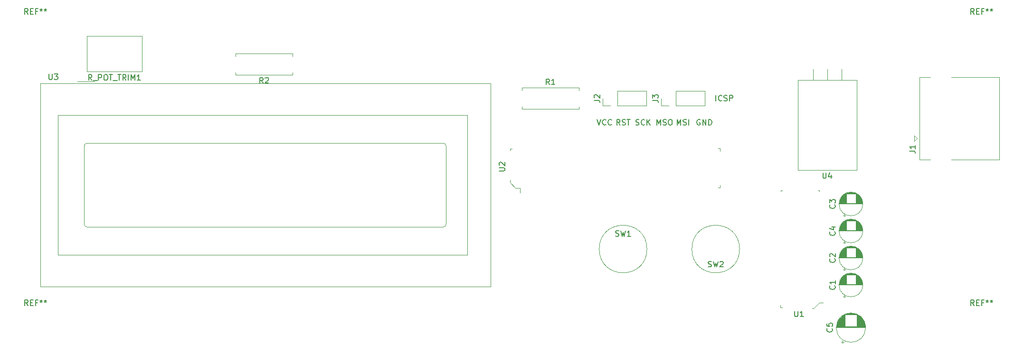
<source format=gbr>
%TF.GenerationSoftware,KiCad,Pcbnew,5.1.10-88a1d61d58~90~ubuntu20.04.1*%
%TF.CreationDate,2022-04-26T10:49:59-05:00*%
%TF.ProjectId,PantallaSerie,50616e74-616c-46c6-9153-657269652e6b,rev?*%
%TF.SameCoordinates,Original*%
%TF.FileFunction,Legend,Top*%
%TF.FilePolarity,Positive*%
%FSLAX46Y46*%
G04 Gerber Fmt 4.6, Leading zero omitted, Abs format (unit mm)*
G04 Created by KiCad (PCBNEW 5.1.10-88a1d61d58~90~ubuntu20.04.1) date 2022-04-26 10:49:59*
%MOMM*%
%LPD*%
G01*
G04 APERTURE LIST*
%ADD10C,0.150000*%
%ADD11C,0.100000*%
%ADD12C,0.120000*%
G04 APERTURE END LIST*
D10*
X185743980Y-96794580D02*
X185743980Y-95794580D01*
X186077314Y-96508866D01*
X186410647Y-95794580D01*
X186410647Y-96794580D01*
X186839219Y-96746961D02*
X186982076Y-96794580D01*
X187220171Y-96794580D01*
X187315409Y-96746961D01*
X187363028Y-96699342D01*
X187410647Y-96604104D01*
X187410647Y-96508866D01*
X187363028Y-96413628D01*
X187315409Y-96366009D01*
X187220171Y-96318390D01*
X187029695Y-96270771D01*
X186934457Y-96223152D01*
X186886838Y-96175533D01*
X186839219Y-96080295D01*
X186839219Y-95985057D01*
X186886838Y-95889819D01*
X186934457Y-95842200D01*
X187029695Y-95794580D01*
X187267790Y-95794580D01*
X187410647Y-95842200D01*
X187839219Y-96794580D02*
X187839219Y-95794580D01*
X182156266Y-96794580D02*
X182156266Y-95794580D01*
X182489600Y-96508866D01*
X182822933Y-95794580D01*
X182822933Y-96794580D01*
X183251504Y-96746961D02*
X183394361Y-96794580D01*
X183632457Y-96794580D01*
X183727695Y-96746961D01*
X183775314Y-96699342D01*
X183822933Y-96604104D01*
X183822933Y-96508866D01*
X183775314Y-96413628D01*
X183727695Y-96366009D01*
X183632457Y-96318390D01*
X183441980Y-96270771D01*
X183346742Y-96223152D01*
X183299123Y-96175533D01*
X183251504Y-96080295D01*
X183251504Y-95985057D01*
X183299123Y-95889819D01*
X183346742Y-95842200D01*
X183441980Y-95794580D01*
X183680076Y-95794580D01*
X183822933Y-95842200D01*
X184441980Y-95794580D02*
X184632457Y-95794580D01*
X184727695Y-95842200D01*
X184822933Y-95937438D01*
X184870552Y-96127914D01*
X184870552Y-96461247D01*
X184822933Y-96651723D01*
X184727695Y-96746961D01*
X184632457Y-96794580D01*
X184441980Y-96794580D01*
X184346742Y-96746961D01*
X184251504Y-96651723D01*
X184203885Y-96461247D01*
X184203885Y-96127914D01*
X184251504Y-95937438D01*
X184346742Y-95842200D01*
X184441980Y-95794580D01*
X178393885Y-96746961D02*
X178536742Y-96794580D01*
X178774838Y-96794580D01*
X178870076Y-96746961D01*
X178917695Y-96699342D01*
X178965314Y-96604104D01*
X178965314Y-96508866D01*
X178917695Y-96413628D01*
X178870076Y-96366009D01*
X178774838Y-96318390D01*
X178584361Y-96270771D01*
X178489123Y-96223152D01*
X178441504Y-96175533D01*
X178393885Y-96080295D01*
X178393885Y-95985057D01*
X178441504Y-95889819D01*
X178489123Y-95842200D01*
X178584361Y-95794580D01*
X178822457Y-95794580D01*
X178965314Y-95842200D01*
X179965314Y-96699342D02*
X179917695Y-96746961D01*
X179774838Y-96794580D01*
X179679600Y-96794580D01*
X179536742Y-96746961D01*
X179441504Y-96651723D01*
X179393885Y-96556485D01*
X179346266Y-96366009D01*
X179346266Y-96223152D01*
X179393885Y-96032676D01*
X179441504Y-95937438D01*
X179536742Y-95842200D01*
X179679600Y-95794580D01*
X179774838Y-95794580D01*
X179917695Y-95842200D01*
X179965314Y-95889819D01*
X180393885Y-96794580D02*
X180393885Y-95794580D01*
X180965314Y-96794580D02*
X180536742Y-96223152D01*
X180965314Y-95794580D02*
X180393885Y-96366009D01*
X175575980Y-96794580D02*
X175242647Y-96318390D01*
X175004552Y-96794580D02*
X175004552Y-95794580D01*
X175385504Y-95794580D01*
X175480742Y-95842200D01*
X175528361Y-95889819D01*
X175575980Y-95985057D01*
X175575980Y-96127914D01*
X175528361Y-96223152D01*
X175480742Y-96270771D01*
X175385504Y-96318390D01*
X175004552Y-96318390D01*
X175956933Y-96746961D02*
X176099790Y-96794580D01*
X176337885Y-96794580D01*
X176433123Y-96746961D01*
X176480742Y-96699342D01*
X176528361Y-96604104D01*
X176528361Y-96508866D01*
X176480742Y-96413628D01*
X176433123Y-96366009D01*
X176337885Y-96318390D01*
X176147409Y-96270771D01*
X176052171Y-96223152D01*
X176004552Y-96175533D01*
X175956933Y-96080295D01*
X175956933Y-95985057D01*
X176004552Y-95889819D01*
X176052171Y-95842200D01*
X176147409Y-95794580D01*
X176385504Y-95794580D01*
X176528361Y-95842200D01*
X176814076Y-95794580D02*
X177385504Y-95794580D01*
X177099790Y-96794580D02*
X177099790Y-95794580D01*
X171488266Y-95794580D02*
X171821600Y-96794580D01*
X172154933Y-95794580D01*
X173059695Y-96699342D02*
X173012076Y-96746961D01*
X172869219Y-96794580D01*
X172773980Y-96794580D01*
X172631123Y-96746961D01*
X172535885Y-96651723D01*
X172488266Y-96556485D01*
X172440647Y-96366009D01*
X172440647Y-96223152D01*
X172488266Y-96032676D01*
X172535885Y-95937438D01*
X172631123Y-95842200D01*
X172773980Y-95794580D01*
X172869219Y-95794580D01*
X173012076Y-95842200D01*
X173059695Y-95889819D01*
X174059695Y-96699342D02*
X174012076Y-96746961D01*
X173869219Y-96794580D01*
X173773980Y-96794580D01*
X173631123Y-96746961D01*
X173535885Y-96651723D01*
X173488266Y-96556485D01*
X173440647Y-96366009D01*
X173440647Y-96223152D01*
X173488266Y-96032676D01*
X173535885Y-95937438D01*
X173631123Y-95842200D01*
X173773980Y-95794580D01*
X173869219Y-95794580D01*
X174012076Y-95842200D01*
X174059695Y-95889819D01*
X189839695Y-95842200D02*
X189744457Y-95794580D01*
X189601600Y-95794580D01*
X189458742Y-95842200D01*
X189363504Y-95937438D01*
X189315885Y-96032676D01*
X189268266Y-96223152D01*
X189268266Y-96366009D01*
X189315885Y-96556485D01*
X189363504Y-96651723D01*
X189458742Y-96746961D01*
X189601600Y-96794580D01*
X189696838Y-96794580D01*
X189839695Y-96746961D01*
X189887314Y-96699342D01*
X189887314Y-96366009D01*
X189696838Y-96366009D01*
X190315885Y-96794580D02*
X190315885Y-95794580D01*
X190887314Y-96794580D01*
X190887314Y-95794580D01*
X191363504Y-96794580D02*
X191363504Y-95794580D01*
X191601600Y-95794580D01*
X191744457Y-95842200D01*
X191839695Y-95937438D01*
X191887314Y-96032676D01*
X191934933Y-96223152D01*
X191934933Y-96366009D01*
X191887314Y-96556485D01*
X191839695Y-96651723D01*
X191744457Y-96746961D01*
X191601600Y-96794580D01*
X191363504Y-96794580D01*
X192681409Y-92476580D02*
X192681409Y-91476580D01*
X193729028Y-92381342D02*
X193681409Y-92428961D01*
X193538552Y-92476580D01*
X193443314Y-92476580D01*
X193300457Y-92428961D01*
X193205219Y-92333723D01*
X193157600Y-92238485D01*
X193109980Y-92048009D01*
X193109980Y-91905152D01*
X193157600Y-91714676D01*
X193205219Y-91619438D01*
X193300457Y-91524200D01*
X193443314Y-91476580D01*
X193538552Y-91476580D01*
X193681409Y-91524200D01*
X193729028Y-91571819D01*
X194109980Y-92428961D02*
X194252838Y-92476580D01*
X194490933Y-92476580D01*
X194586171Y-92428961D01*
X194633790Y-92381342D01*
X194681409Y-92286104D01*
X194681409Y-92190866D01*
X194633790Y-92095628D01*
X194586171Y-92048009D01*
X194490933Y-92000390D01*
X194300457Y-91952771D01*
X194205219Y-91905152D01*
X194157600Y-91857533D01*
X194109980Y-91762295D01*
X194109980Y-91667057D01*
X194157600Y-91571819D01*
X194205219Y-91524200D01*
X194300457Y-91476580D01*
X194538552Y-91476580D01*
X194681409Y-91524200D01*
X195109980Y-92476580D02*
X195109980Y-91476580D01*
X195490933Y-91476580D01*
X195586171Y-91524200D01*
X195633790Y-91571819D01*
X195681409Y-91667057D01*
X195681409Y-91809914D01*
X195633790Y-91905152D01*
X195586171Y-91952771D01*
X195490933Y-92000390D01*
X195109980Y-92000390D01*
D11*
%TO.C,U1*%
X211104200Y-108681000D02*
X211104200Y-108481000D01*
X211104200Y-108481000D02*
X210804200Y-108481000D01*
X204504200Y-108481000D02*
X204204200Y-108481000D01*
X204204200Y-108481000D02*
X204204200Y-108681000D01*
X211484200Y-128581000D02*
X211734200Y-128581000D01*
X211104200Y-128581000D02*
X211474200Y-128581000D01*
X209804200Y-129581000D02*
X210104200Y-129581000D01*
X210104200Y-129581000D02*
X211104200Y-128581000D01*
X204124200Y-128991000D02*
X204124200Y-129391000D01*
X204124200Y-129391000D02*
X204524200Y-129391000D01*
D12*
%TO.C,C2*%
X218858200Y-120539000D02*
G75*
G03*
X218858200Y-120539000I-2120000J0D01*
G01*
X214658200Y-120539000D02*
X218818200Y-120539000D01*
X214658200Y-120499000D02*
X218818200Y-120499000D01*
X214659200Y-120459000D02*
X218817200Y-120459000D01*
X214661200Y-120419000D02*
X218815200Y-120419000D01*
X214664200Y-120379000D02*
X218812200Y-120379000D01*
X214667200Y-120339000D02*
X215898200Y-120339000D01*
X217578200Y-120339000D02*
X218809200Y-120339000D01*
X214671200Y-120299000D02*
X215898200Y-120299000D01*
X217578200Y-120299000D02*
X218805200Y-120299000D01*
X214676200Y-120259000D02*
X215898200Y-120259000D01*
X217578200Y-120259000D02*
X218800200Y-120259000D01*
X214682200Y-120219000D02*
X215898200Y-120219000D01*
X217578200Y-120219000D02*
X218794200Y-120219000D01*
X214688200Y-120179000D02*
X215898200Y-120179000D01*
X217578200Y-120179000D02*
X218788200Y-120179000D01*
X214696200Y-120139000D02*
X215898200Y-120139000D01*
X217578200Y-120139000D02*
X218780200Y-120139000D01*
X214704200Y-120099000D02*
X215898200Y-120099000D01*
X217578200Y-120099000D02*
X218772200Y-120099000D01*
X214713200Y-120059000D02*
X215898200Y-120059000D01*
X217578200Y-120059000D02*
X218763200Y-120059000D01*
X214722200Y-120019000D02*
X215898200Y-120019000D01*
X217578200Y-120019000D02*
X218754200Y-120019000D01*
X214733200Y-119979000D02*
X215898200Y-119979000D01*
X217578200Y-119979000D02*
X218743200Y-119979000D01*
X214744200Y-119939000D02*
X215898200Y-119939000D01*
X217578200Y-119939000D02*
X218732200Y-119939000D01*
X214756200Y-119899000D02*
X215898200Y-119899000D01*
X217578200Y-119899000D02*
X218720200Y-119899000D01*
X214770200Y-119859000D02*
X215898200Y-119859000D01*
X217578200Y-119859000D02*
X218706200Y-119859000D01*
X214784200Y-119818000D02*
X215898200Y-119818000D01*
X217578200Y-119818000D02*
X218692200Y-119818000D01*
X214798200Y-119778000D02*
X215898200Y-119778000D01*
X217578200Y-119778000D02*
X218678200Y-119778000D01*
X214814200Y-119738000D02*
X215898200Y-119738000D01*
X217578200Y-119738000D02*
X218662200Y-119738000D01*
X214831200Y-119698000D02*
X215898200Y-119698000D01*
X217578200Y-119698000D02*
X218645200Y-119698000D01*
X214849200Y-119658000D02*
X215898200Y-119658000D01*
X217578200Y-119658000D02*
X218627200Y-119658000D01*
X214868200Y-119618000D02*
X215898200Y-119618000D01*
X217578200Y-119618000D02*
X218608200Y-119618000D01*
X214887200Y-119578000D02*
X215898200Y-119578000D01*
X217578200Y-119578000D02*
X218589200Y-119578000D01*
X214908200Y-119538000D02*
X215898200Y-119538000D01*
X217578200Y-119538000D02*
X218568200Y-119538000D01*
X214930200Y-119498000D02*
X215898200Y-119498000D01*
X217578200Y-119498000D02*
X218546200Y-119498000D01*
X214953200Y-119458000D02*
X215898200Y-119458000D01*
X217578200Y-119458000D02*
X218523200Y-119458000D01*
X214978200Y-119418000D02*
X215898200Y-119418000D01*
X217578200Y-119418000D02*
X218498200Y-119418000D01*
X215003200Y-119378000D02*
X215898200Y-119378000D01*
X217578200Y-119378000D02*
X218473200Y-119378000D01*
X215030200Y-119338000D02*
X215898200Y-119338000D01*
X217578200Y-119338000D02*
X218446200Y-119338000D01*
X215058200Y-119298000D02*
X215898200Y-119298000D01*
X217578200Y-119298000D02*
X218418200Y-119298000D01*
X215088200Y-119258000D02*
X215898200Y-119258000D01*
X217578200Y-119258000D02*
X218388200Y-119258000D01*
X215119200Y-119218000D02*
X215898200Y-119218000D01*
X217578200Y-119218000D02*
X218357200Y-119218000D01*
X215151200Y-119178000D02*
X215898200Y-119178000D01*
X217578200Y-119178000D02*
X218325200Y-119178000D01*
X215186200Y-119138000D02*
X215898200Y-119138000D01*
X217578200Y-119138000D02*
X218290200Y-119138000D01*
X215222200Y-119098000D02*
X215898200Y-119098000D01*
X217578200Y-119098000D02*
X218254200Y-119098000D01*
X215260200Y-119058000D02*
X215898200Y-119058000D01*
X217578200Y-119058000D02*
X218216200Y-119058000D01*
X215300200Y-119018000D02*
X215898200Y-119018000D01*
X217578200Y-119018000D02*
X218176200Y-119018000D01*
X215342200Y-118978000D02*
X215898200Y-118978000D01*
X217578200Y-118978000D02*
X218134200Y-118978000D01*
X215387200Y-118938000D02*
X215898200Y-118938000D01*
X217578200Y-118938000D02*
X218089200Y-118938000D01*
X215434200Y-118898000D02*
X215898200Y-118898000D01*
X217578200Y-118898000D02*
X218042200Y-118898000D01*
X215484200Y-118858000D02*
X215898200Y-118858000D01*
X217578200Y-118858000D02*
X217992200Y-118858000D01*
X215538200Y-118818000D02*
X215898200Y-118818000D01*
X217578200Y-118818000D02*
X217938200Y-118818000D01*
X215596200Y-118778000D02*
X215898200Y-118778000D01*
X217578200Y-118778000D02*
X217880200Y-118778000D01*
X215658200Y-118738000D02*
X215898200Y-118738000D01*
X217578200Y-118738000D02*
X217818200Y-118738000D01*
X215725200Y-118698000D02*
X217751200Y-118698000D01*
X215798200Y-118658000D02*
X217678200Y-118658000D01*
X215879200Y-118618000D02*
X217597200Y-118618000D01*
X215970200Y-118578000D02*
X217506200Y-118578000D01*
X216074200Y-118538000D02*
X217402200Y-118538000D01*
X216201200Y-118498000D02*
X217275200Y-118498000D01*
X216368200Y-118458000D02*
X217108200Y-118458000D01*
X215543200Y-122808801D02*
X215543200Y-122408801D01*
X215343200Y-122608801D02*
X215743200Y-122608801D01*
%TO.C,C5*%
X215013200Y-135543775D02*
X215513200Y-135543775D01*
X215263200Y-135793775D02*
X215263200Y-135293775D01*
X216454200Y-130388000D02*
X217022200Y-130388000D01*
X216220200Y-130428000D02*
X217256200Y-130428000D01*
X216061200Y-130468000D02*
X217415200Y-130468000D01*
X215933200Y-130508000D02*
X217543200Y-130508000D01*
X215823200Y-130548000D02*
X217653200Y-130548000D01*
X215727200Y-130588000D02*
X217749200Y-130588000D01*
X215640200Y-130628000D02*
X217836200Y-130628000D01*
X215560200Y-130668000D02*
X217916200Y-130668000D01*
X217778200Y-130708000D02*
X217989200Y-130708000D01*
X215487200Y-130708000D02*
X215698200Y-130708000D01*
X217778200Y-130748000D02*
X218057200Y-130748000D01*
X215419200Y-130748000D02*
X215698200Y-130748000D01*
X217778200Y-130788000D02*
X218121200Y-130788000D01*
X215355200Y-130788000D02*
X215698200Y-130788000D01*
X217778200Y-130828000D02*
X218181200Y-130828000D01*
X215295200Y-130828000D02*
X215698200Y-130828000D01*
X217778200Y-130868000D02*
X218238200Y-130868000D01*
X215238200Y-130868000D02*
X215698200Y-130868000D01*
X217778200Y-130908000D02*
X218292200Y-130908000D01*
X215184200Y-130908000D02*
X215698200Y-130908000D01*
X217778200Y-130948000D02*
X218343200Y-130948000D01*
X215133200Y-130948000D02*
X215698200Y-130948000D01*
X217778200Y-130988000D02*
X218391200Y-130988000D01*
X215085200Y-130988000D02*
X215698200Y-130988000D01*
X217778200Y-131028000D02*
X218437200Y-131028000D01*
X215039200Y-131028000D02*
X215698200Y-131028000D01*
X217778200Y-131068000D02*
X218481200Y-131068000D01*
X214995200Y-131068000D02*
X215698200Y-131068000D01*
X217778200Y-131108000D02*
X218523200Y-131108000D01*
X214953200Y-131108000D02*
X215698200Y-131108000D01*
X217778200Y-131148000D02*
X218564200Y-131148000D01*
X214912200Y-131148000D02*
X215698200Y-131148000D01*
X217778200Y-131188000D02*
X218602200Y-131188000D01*
X214874200Y-131188000D02*
X215698200Y-131188000D01*
X217778200Y-131228000D02*
X218639200Y-131228000D01*
X214837200Y-131228000D02*
X215698200Y-131228000D01*
X217778200Y-131268000D02*
X218675200Y-131268000D01*
X214801200Y-131268000D02*
X215698200Y-131268000D01*
X217778200Y-131308000D02*
X218709200Y-131308000D01*
X214767200Y-131308000D02*
X215698200Y-131308000D01*
X217778200Y-131348000D02*
X218742200Y-131348000D01*
X214734200Y-131348000D02*
X215698200Y-131348000D01*
X217778200Y-131388000D02*
X218773200Y-131388000D01*
X214703200Y-131388000D02*
X215698200Y-131388000D01*
X217778200Y-131428000D02*
X218803200Y-131428000D01*
X214673200Y-131428000D02*
X215698200Y-131428000D01*
X217778200Y-131468000D02*
X218833200Y-131468000D01*
X214643200Y-131468000D02*
X215698200Y-131468000D01*
X217778200Y-131508000D02*
X218860200Y-131508000D01*
X214616200Y-131508000D02*
X215698200Y-131508000D01*
X217778200Y-131548000D02*
X218887200Y-131548000D01*
X214589200Y-131548000D02*
X215698200Y-131548000D01*
X217778200Y-131588000D02*
X218913200Y-131588000D01*
X214563200Y-131588000D02*
X215698200Y-131588000D01*
X217778200Y-131628000D02*
X218938200Y-131628000D01*
X214538200Y-131628000D02*
X215698200Y-131628000D01*
X217778200Y-131668000D02*
X218962200Y-131668000D01*
X214514200Y-131668000D02*
X215698200Y-131668000D01*
X217778200Y-131708000D02*
X218985200Y-131708000D01*
X214491200Y-131708000D02*
X215698200Y-131708000D01*
X217778200Y-131748000D02*
X219006200Y-131748000D01*
X214470200Y-131748000D02*
X215698200Y-131748000D01*
X217778200Y-131788000D02*
X219028200Y-131788000D01*
X214448200Y-131788000D02*
X215698200Y-131788000D01*
X217778200Y-131828000D02*
X219048200Y-131828000D01*
X214428200Y-131828000D02*
X215698200Y-131828000D01*
X217778200Y-131868000D02*
X219067200Y-131868000D01*
X214409200Y-131868000D02*
X215698200Y-131868000D01*
X217778200Y-131908000D02*
X219086200Y-131908000D01*
X214390200Y-131908000D02*
X215698200Y-131908000D01*
X217778200Y-131948000D02*
X219103200Y-131948000D01*
X214373200Y-131948000D02*
X215698200Y-131948000D01*
X217778200Y-131988000D02*
X219120200Y-131988000D01*
X214356200Y-131988000D02*
X215698200Y-131988000D01*
X217778200Y-132028000D02*
X219136200Y-132028000D01*
X214340200Y-132028000D02*
X215698200Y-132028000D01*
X217778200Y-132068000D02*
X219152200Y-132068000D01*
X214324200Y-132068000D02*
X215698200Y-132068000D01*
X217778200Y-132108000D02*
X219166200Y-132108000D01*
X214310200Y-132108000D02*
X215698200Y-132108000D01*
X217778200Y-132148000D02*
X219180200Y-132148000D01*
X214296200Y-132148000D02*
X215698200Y-132148000D01*
X217778200Y-132188000D02*
X219193200Y-132188000D01*
X214283200Y-132188000D02*
X215698200Y-132188000D01*
X217778200Y-132228000D02*
X219206200Y-132228000D01*
X214270200Y-132228000D02*
X215698200Y-132228000D01*
X217778200Y-132268000D02*
X219218200Y-132268000D01*
X214258200Y-132268000D02*
X215698200Y-132268000D01*
X217778200Y-132309000D02*
X219229200Y-132309000D01*
X214247200Y-132309000D02*
X215698200Y-132309000D01*
X217778200Y-132349000D02*
X219239200Y-132349000D01*
X214237200Y-132349000D02*
X215698200Y-132349000D01*
X217778200Y-132389000D02*
X219249200Y-132389000D01*
X214227200Y-132389000D02*
X215698200Y-132389000D01*
X217778200Y-132429000D02*
X219258200Y-132429000D01*
X214218200Y-132429000D02*
X215698200Y-132429000D01*
X217778200Y-132469000D02*
X219266200Y-132469000D01*
X214210200Y-132469000D02*
X215698200Y-132469000D01*
X217778200Y-132509000D02*
X219274200Y-132509000D01*
X214202200Y-132509000D02*
X215698200Y-132509000D01*
X217778200Y-132549000D02*
X219281200Y-132549000D01*
X214195200Y-132549000D02*
X215698200Y-132549000D01*
X217778200Y-132589000D02*
X219288200Y-132589000D01*
X214188200Y-132589000D02*
X215698200Y-132589000D01*
X217778200Y-132629000D02*
X219294200Y-132629000D01*
X214182200Y-132629000D02*
X215698200Y-132629000D01*
X217778200Y-132669000D02*
X219299200Y-132669000D01*
X214177200Y-132669000D02*
X215698200Y-132669000D01*
X217778200Y-132709000D02*
X219303200Y-132709000D01*
X214173200Y-132709000D02*
X215698200Y-132709000D01*
X217778200Y-132749000D02*
X219307200Y-132749000D01*
X214169200Y-132749000D02*
X215698200Y-132749000D01*
X214165200Y-132789000D02*
X219311200Y-132789000D01*
X214162200Y-132829000D02*
X219314200Y-132829000D01*
X214160200Y-132869000D02*
X219316200Y-132869000D01*
X214159200Y-132909000D02*
X219317200Y-132909000D01*
X214158200Y-132949000D02*
X219318200Y-132949000D01*
X214158200Y-132989000D02*
X219318200Y-132989000D01*
X219358200Y-132989000D02*
G75*
G03*
X219358200Y-132989000I-2620000J0D01*
G01*
%TO.C,C3*%
X215343200Y-112956801D02*
X215743200Y-112956801D01*
X215543200Y-113156801D02*
X215543200Y-112756801D01*
X216368200Y-108806000D02*
X217108200Y-108806000D01*
X216201200Y-108846000D02*
X217275200Y-108846000D01*
X216074200Y-108886000D02*
X217402200Y-108886000D01*
X215970200Y-108926000D02*
X217506200Y-108926000D01*
X215879200Y-108966000D02*
X217597200Y-108966000D01*
X215798200Y-109006000D02*
X217678200Y-109006000D01*
X215725200Y-109046000D02*
X217751200Y-109046000D01*
X217578200Y-109086000D02*
X217818200Y-109086000D01*
X215658200Y-109086000D02*
X215898200Y-109086000D01*
X217578200Y-109126000D02*
X217880200Y-109126000D01*
X215596200Y-109126000D02*
X215898200Y-109126000D01*
X217578200Y-109166000D02*
X217938200Y-109166000D01*
X215538200Y-109166000D02*
X215898200Y-109166000D01*
X217578200Y-109206000D02*
X217992200Y-109206000D01*
X215484200Y-109206000D02*
X215898200Y-109206000D01*
X217578200Y-109246000D02*
X218042200Y-109246000D01*
X215434200Y-109246000D02*
X215898200Y-109246000D01*
X217578200Y-109286000D02*
X218089200Y-109286000D01*
X215387200Y-109286000D02*
X215898200Y-109286000D01*
X217578200Y-109326000D02*
X218134200Y-109326000D01*
X215342200Y-109326000D02*
X215898200Y-109326000D01*
X217578200Y-109366000D02*
X218176200Y-109366000D01*
X215300200Y-109366000D02*
X215898200Y-109366000D01*
X217578200Y-109406000D02*
X218216200Y-109406000D01*
X215260200Y-109406000D02*
X215898200Y-109406000D01*
X217578200Y-109446000D02*
X218254200Y-109446000D01*
X215222200Y-109446000D02*
X215898200Y-109446000D01*
X217578200Y-109486000D02*
X218290200Y-109486000D01*
X215186200Y-109486000D02*
X215898200Y-109486000D01*
X217578200Y-109526000D02*
X218325200Y-109526000D01*
X215151200Y-109526000D02*
X215898200Y-109526000D01*
X217578200Y-109566000D02*
X218357200Y-109566000D01*
X215119200Y-109566000D02*
X215898200Y-109566000D01*
X217578200Y-109606000D02*
X218388200Y-109606000D01*
X215088200Y-109606000D02*
X215898200Y-109606000D01*
X217578200Y-109646000D02*
X218418200Y-109646000D01*
X215058200Y-109646000D02*
X215898200Y-109646000D01*
X217578200Y-109686000D02*
X218446200Y-109686000D01*
X215030200Y-109686000D02*
X215898200Y-109686000D01*
X217578200Y-109726000D02*
X218473200Y-109726000D01*
X215003200Y-109726000D02*
X215898200Y-109726000D01*
X217578200Y-109766000D02*
X218498200Y-109766000D01*
X214978200Y-109766000D02*
X215898200Y-109766000D01*
X217578200Y-109806000D02*
X218523200Y-109806000D01*
X214953200Y-109806000D02*
X215898200Y-109806000D01*
X217578200Y-109846000D02*
X218546200Y-109846000D01*
X214930200Y-109846000D02*
X215898200Y-109846000D01*
X217578200Y-109886000D02*
X218568200Y-109886000D01*
X214908200Y-109886000D02*
X215898200Y-109886000D01*
X217578200Y-109926000D02*
X218589200Y-109926000D01*
X214887200Y-109926000D02*
X215898200Y-109926000D01*
X217578200Y-109966000D02*
X218608200Y-109966000D01*
X214868200Y-109966000D02*
X215898200Y-109966000D01*
X217578200Y-110006000D02*
X218627200Y-110006000D01*
X214849200Y-110006000D02*
X215898200Y-110006000D01*
X217578200Y-110046000D02*
X218645200Y-110046000D01*
X214831200Y-110046000D02*
X215898200Y-110046000D01*
X217578200Y-110086000D02*
X218662200Y-110086000D01*
X214814200Y-110086000D02*
X215898200Y-110086000D01*
X217578200Y-110126000D02*
X218678200Y-110126000D01*
X214798200Y-110126000D02*
X215898200Y-110126000D01*
X217578200Y-110166000D02*
X218692200Y-110166000D01*
X214784200Y-110166000D02*
X215898200Y-110166000D01*
X217578200Y-110207000D02*
X218706200Y-110207000D01*
X214770200Y-110207000D02*
X215898200Y-110207000D01*
X217578200Y-110247000D02*
X218720200Y-110247000D01*
X214756200Y-110247000D02*
X215898200Y-110247000D01*
X217578200Y-110287000D02*
X218732200Y-110287000D01*
X214744200Y-110287000D02*
X215898200Y-110287000D01*
X217578200Y-110327000D02*
X218743200Y-110327000D01*
X214733200Y-110327000D02*
X215898200Y-110327000D01*
X217578200Y-110367000D02*
X218754200Y-110367000D01*
X214722200Y-110367000D02*
X215898200Y-110367000D01*
X217578200Y-110407000D02*
X218763200Y-110407000D01*
X214713200Y-110407000D02*
X215898200Y-110407000D01*
X217578200Y-110447000D02*
X218772200Y-110447000D01*
X214704200Y-110447000D02*
X215898200Y-110447000D01*
X217578200Y-110487000D02*
X218780200Y-110487000D01*
X214696200Y-110487000D02*
X215898200Y-110487000D01*
X217578200Y-110527000D02*
X218788200Y-110527000D01*
X214688200Y-110527000D02*
X215898200Y-110527000D01*
X217578200Y-110567000D02*
X218794200Y-110567000D01*
X214682200Y-110567000D02*
X215898200Y-110567000D01*
X217578200Y-110607000D02*
X218800200Y-110607000D01*
X214676200Y-110607000D02*
X215898200Y-110607000D01*
X217578200Y-110647000D02*
X218805200Y-110647000D01*
X214671200Y-110647000D02*
X215898200Y-110647000D01*
X217578200Y-110687000D02*
X218809200Y-110687000D01*
X214667200Y-110687000D02*
X215898200Y-110687000D01*
X214664200Y-110727000D02*
X218812200Y-110727000D01*
X214661200Y-110767000D02*
X218815200Y-110767000D01*
X214659200Y-110807000D02*
X218817200Y-110807000D01*
X214658200Y-110847000D02*
X218818200Y-110847000D01*
X214658200Y-110887000D02*
X218818200Y-110887000D01*
X218858200Y-110887000D02*
G75*
G03*
X218858200Y-110887000I-2120000J0D01*
G01*
%TO.C,C4*%
X215343200Y-117782801D02*
X215743200Y-117782801D01*
X215543200Y-117982801D02*
X215543200Y-117582801D01*
X216368200Y-113632000D02*
X217108200Y-113632000D01*
X216201200Y-113672000D02*
X217275200Y-113672000D01*
X216074200Y-113712000D02*
X217402200Y-113712000D01*
X215970200Y-113752000D02*
X217506200Y-113752000D01*
X215879200Y-113792000D02*
X217597200Y-113792000D01*
X215798200Y-113832000D02*
X217678200Y-113832000D01*
X215725200Y-113872000D02*
X217751200Y-113872000D01*
X217578200Y-113912000D02*
X217818200Y-113912000D01*
X215658200Y-113912000D02*
X215898200Y-113912000D01*
X217578200Y-113952000D02*
X217880200Y-113952000D01*
X215596200Y-113952000D02*
X215898200Y-113952000D01*
X217578200Y-113992000D02*
X217938200Y-113992000D01*
X215538200Y-113992000D02*
X215898200Y-113992000D01*
X217578200Y-114032000D02*
X217992200Y-114032000D01*
X215484200Y-114032000D02*
X215898200Y-114032000D01*
X217578200Y-114072000D02*
X218042200Y-114072000D01*
X215434200Y-114072000D02*
X215898200Y-114072000D01*
X217578200Y-114112000D02*
X218089200Y-114112000D01*
X215387200Y-114112000D02*
X215898200Y-114112000D01*
X217578200Y-114152000D02*
X218134200Y-114152000D01*
X215342200Y-114152000D02*
X215898200Y-114152000D01*
X217578200Y-114192000D02*
X218176200Y-114192000D01*
X215300200Y-114192000D02*
X215898200Y-114192000D01*
X217578200Y-114232000D02*
X218216200Y-114232000D01*
X215260200Y-114232000D02*
X215898200Y-114232000D01*
X217578200Y-114272000D02*
X218254200Y-114272000D01*
X215222200Y-114272000D02*
X215898200Y-114272000D01*
X217578200Y-114312000D02*
X218290200Y-114312000D01*
X215186200Y-114312000D02*
X215898200Y-114312000D01*
X217578200Y-114352000D02*
X218325200Y-114352000D01*
X215151200Y-114352000D02*
X215898200Y-114352000D01*
X217578200Y-114392000D02*
X218357200Y-114392000D01*
X215119200Y-114392000D02*
X215898200Y-114392000D01*
X217578200Y-114432000D02*
X218388200Y-114432000D01*
X215088200Y-114432000D02*
X215898200Y-114432000D01*
X217578200Y-114472000D02*
X218418200Y-114472000D01*
X215058200Y-114472000D02*
X215898200Y-114472000D01*
X217578200Y-114512000D02*
X218446200Y-114512000D01*
X215030200Y-114512000D02*
X215898200Y-114512000D01*
X217578200Y-114552000D02*
X218473200Y-114552000D01*
X215003200Y-114552000D02*
X215898200Y-114552000D01*
X217578200Y-114592000D02*
X218498200Y-114592000D01*
X214978200Y-114592000D02*
X215898200Y-114592000D01*
X217578200Y-114632000D02*
X218523200Y-114632000D01*
X214953200Y-114632000D02*
X215898200Y-114632000D01*
X217578200Y-114672000D02*
X218546200Y-114672000D01*
X214930200Y-114672000D02*
X215898200Y-114672000D01*
X217578200Y-114712000D02*
X218568200Y-114712000D01*
X214908200Y-114712000D02*
X215898200Y-114712000D01*
X217578200Y-114752000D02*
X218589200Y-114752000D01*
X214887200Y-114752000D02*
X215898200Y-114752000D01*
X217578200Y-114792000D02*
X218608200Y-114792000D01*
X214868200Y-114792000D02*
X215898200Y-114792000D01*
X217578200Y-114832000D02*
X218627200Y-114832000D01*
X214849200Y-114832000D02*
X215898200Y-114832000D01*
X217578200Y-114872000D02*
X218645200Y-114872000D01*
X214831200Y-114872000D02*
X215898200Y-114872000D01*
X217578200Y-114912000D02*
X218662200Y-114912000D01*
X214814200Y-114912000D02*
X215898200Y-114912000D01*
X217578200Y-114952000D02*
X218678200Y-114952000D01*
X214798200Y-114952000D02*
X215898200Y-114952000D01*
X217578200Y-114992000D02*
X218692200Y-114992000D01*
X214784200Y-114992000D02*
X215898200Y-114992000D01*
X217578200Y-115033000D02*
X218706200Y-115033000D01*
X214770200Y-115033000D02*
X215898200Y-115033000D01*
X217578200Y-115073000D02*
X218720200Y-115073000D01*
X214756200Y-115073000D02*
X215898200Y-115073000D01*
X217578200Y-115113000D02*
X218732200Y-115113000D01*
X214744200Y-115113000D02*
X215898200Y-115113000D01*
X217578200Y-115153000D02*
X218743200Y-115153000D01*
X214733200Y-115153000D02*
X215898200Y-115153000D01*
X217578200Y-115193000D02*
X218754200Y-115193000D01*
X214722200Y-115193000D02*
X215898200Y-115193000D01*
X217578200Y-115233000D02*
X218763200Y-115233000D01*
X214713200Y-115233000D02*
X215898200Y-115233000D01*
X217578200Y-115273000D02*
X218772200Y-115273000D01*
X214704200Y-115273000D02*
X215898200Y-115273000D01*
X217578200Y-115313000D02*
X218780200Y-115313000D01*
X214696200Y-115313000D02*
X215898200Y-115313000D01*
X217578200Y-115353000D02*
X218788200Y-115353000D01*
X214688200Y-115353000D02*
X215898200Y-115353000D01*
X217578200Y-115393000D02*
X218794200Y-115393000D01*
X214682200Y-115393000D02*
X215898200Y-115393000D01*
X217578200Y-115433000D02*
X218800200Y-115433000D01*
X214676200Y-115433000D02*
X215898200Y-115433000D01*
X217578200Y-115473000D02*
X218805200Y-115473000D01*
X214671200Y-115473000D02*
X215898200Y-115473000D01*
X217578200Y-115513000D02*
X218809200Y-115513000D01*
X214667200Y-115513000D02*
X215898200Y-115513000D01*
X214664200Y-115553000D02*
X218812200Y-115553000D01*
X214661200Y-115593000D02*
X218815200Y-115593000D01*
X214659200Y-115633000D02*
X218817200Y-115633000D01*
X214658200Y-115673000D02*
X218818200Y-115673000D01*
X214658200Y-115713000D02*
X218818200Y-115713000D01*
X218858200Y-115713000D02*
G75*
G03*
X218858200Y-115713000I-2120000J0D01*
G01*
%TO.C,C1*%
X218858200Y-125365000D02*
G75*
G03*
X218858200Y-125365000I-2120000J0D01*
G01*
X214658200Y-125365000D02*
X218818200Y-125365000D01*
X214658200Y-125325000D02*
X218818200Y-125325000D01*
X214659200Y-125285000D02*
X218817200Y-125285000D01*
X214661200Y-125245000D02*
X218815200Y-125245000D01*
X214664200Y-125205000D02*
X218812200Y-125205000D01*
X214667200Y-125165000D02*
X215898200Y-125165000D01*
X217578200Y-125165000D02*
X218809200Y-125165000D01*
X214671200Y-125125000D02*
X215898200Y-125125000D01*
X217578200Y-125125000D02*
X218805200Y-125125000D01*
X214676200Y-125085000D02*
X215898200Y-125085000D01*
X217578200Y-125085000D02*
X218800200Y-125085000D01*
X214682200Y-125045000D02*
X215898200Y-125045000D01*
X217578200Y-125045000D02*
X218794200Y-125045000D01*
X214688200Y-125005000D02*
X215898200Y-125005000D01*
X217578200Y-125005000D02*
X218788200Y-125005000D01*
X214696200Y-124965000D02*
X215898200Y-124965000D01*
X217578200Y-124965000D02*
X218780200Y-124965000D01*
X214704200Y-124925000D02*
X215898200Y-124925000D01*
X217578200Y-124925000D02*
X218772200Y-124925000D01*
X214713200Y-124885000D02*
X215898200Y-124885000D01*
X217578200Y-124885000D02*
X218763200Y-124885000D01*
X214722200Y-124845000D02*
X215898200Y-124845000D01*
X217578200Y-124845000D02*
X218754200Y-124845000D01*
X214733200Y-124805000D02*
X215898200Y-124805000D01*
X217578200Y-124805000D02*
X218743200Y-124805000D01*
X214744200Y-124765000D02*
X215898200Y-124765000D01*
X217578200Y-124765000D02*
X218732200Y-124765000D01*
X214756200Y-124725000D02*
X215898200Y-124725000D01*
X217578200Y-124725000D02*
X218720200Y-124725000D01*
X214770200Y-124685000D02*
X215898200Y-124685000D01*
X217578200Y-124685000D02*
X218706200Y-124685000D01*
X214784200Y-124644000D02*
X215898200Y-124644000D01*
X217578200Y-124644000D02*
X218692200Y-124644000D01*
X214798200Y-124604000D02*
X215898200Y-124604000D01*
X217578200Y-124604000D02*
X218678200Y-124604000D01*
X214814200Y-124564000D02*
X215898200Y-124564000D01*
X217578200Y-124564000D02*
X218662200Y-124564000D01*
X214831200Y-124524000D02*
X215898200Y-124524000D01*
X217578200Y-124524000D02*
X218645200Y-124524000D01*
X214849200Y-124484000D02*
X215898200Y-124484000D01*
X217578200Y-124484000D02*
X218627200Y-124484000D01*
X214868200Y-124444000D02*
X215898200Y-124444000D01*
X217578200Y-124444000D02*
X218608200Y-124444000D01*
X214887200Y-124404000D02*
X215898200Y-124404000D01*
X217578200Y-124404000D02*
X218589200Y-124404000D01*
X214908200Y-124364000D02*
X215898200Y-124364000D01*
X217578200Y-124364000D02*
X218568200Y-124364000D01*
X214930200Y-124324000D02*
X215898200Y-124324000D01*
X217578200Y-124324000D02*
X218546200Y-124324000D01*
X214953200Y-124284000D02*
X215898200Y-124284000D01*
X217578200Y-124284000D02*
X218523200Y-124284000D01*
X214978200Y-124244000D02*
X215898200Y-124244000D01*
X217578200Y-124244000D02*
X218498200Y-124244000D01*
X215003200Y-124204000D02*
X215898200Y-124204000D01*
X217578200Y-124204000D02*
X218473200Y-124204000D01*
X215030200Y-124164000D02*
X215898200Y-124164000D01*
X217578200Y-124164000D02*
X218446200Y-124164000D01*
X215058200Y-124124000D02*
X215898200Y-124124000D01*
X217578200Y-124124000D02*
X218418200Y-124124000D01*
X215088200Y-124084000D02*
X215898200Y-124084000D01*
X217578200Y-124084000D02*
X218388200Y-124084000D01*
X215119200Y-124044000D02*
X215898200Y-124044000D01*
X217578200Y-124044000D02*
X218357200Y-124044000D01*
X215151200Y-124004000D02*
X215898200Y-124004000D01*
X217578200Y-124004000D02*
X218325200Y-124004000D01*
X215186200Y-123964000D02*
X215898200Y-123964000D01*
X217578200Y-123964000D02*
X218290200Y-123964000D01*
X215222200Y-123924000D02*
X215898200Y-123924000D01*
X217578200Y-123924000D02*
X218254200Y-123924000D01*
X215260200Y-123884000D02*
X215898200Y-123884000D01*
X217578200Y-123884000D02*
X218216200Y-123884000D01*
X215300200Y-123844000D02*
X215898200Y-123844000D01*
X217578200Y-123844000D02*
X218176200Y-123844000D01*
X215342200Y-123804000D02*
X215898200Y-123804000D01*
X217578200Y-123804000D02*
X218134200Y-123804000D01*
X215387200Y-123764000D02*
X215898200Y-123764000D01*
X217578200Y-123764000D02*
X218089200Y-123764000D01*
X215434200Y-123724000D02*
X215898200Y-123724000D01*
X217578200Y-123724000D02*
X218042200Y-123724000D01*
X215484200Y-123684000D02*
X215898200Y-123684000D01*
X217578200Y-123684000D02*
X217992200Y-123684000D01*
X215538200Y-123644000D02*
X215898200Y-123644000D01*
X217578200Y-123644000D02*
X217938200Y-123644000D01*
X215596200Y-123604000D02*
X215898200Y-123604000D01*
X217578200Y-123604000D02*
X217880200Y-123604000D01*
X215658200Y-123564000D02*
X215898200Y-123564000D01*
X217578200Y-123564000D02*
X217818200Y-123564000D01*
X215725200Y-123524000D02*
X217751200Y-123524000D01*
X215798200Y-123484000D02*
X217678200Y-123484000D01*
X215879200Y-123444000D02*
X217597200Y-123444000D01*
X215970200Y-123404000D02*
X217506200Y-123404000D01*
X216074200Y-123364000D02*
X217402200Y-123364000D01*
X216201200Y-123324000D02*
X217275200Y-123324000D01*
X216368200Y-123284000D02*
X217108200Y-123284000D01*
X215543200Y-127634801D02*
X215543200Y-127234801D01*
X215343200Y-127434801D02*
X215743200Y-127434801D01*
%TO.C,SW1*%
X180373600Y-118948200D02*
G75*
G03*
X180373600Y-118948200I-4250000J0D01*
G01*
%TO.C,SW2*%
X196883600Y-118948200D02*
G75*
G03*
X196883600Y-118948200I-4250000J0D01*
G01*
%TO.C,U3*%
X72225600Y-125664200D02*
X152505600Y-125664200D01*
X152505600Y-125664200D02*
X152505600Y-89384200D01*
X152505600Y-89384200D02*
X73025600Y-89384200D01*
X72225600Y-89384200D02*
X72225600Y-125664200D01*
X72235600Y-89384200D02*
X73025600Y-89384200D01*
X78865600Y-89024200D02*
X81865600Y-89024200D01*
X80565600Y-100024200D02*
X144065600Y-100024200D01*
X80065880Y-114523520D02*
X80065880Y-100524200D01*
X144066260Y-115024200D02*
X80565600Y-115024200D01*
X144565600Y-100524200D02*
X144565600Y-114524200D01*
X75365600Y-95024200D02*
X148365600Y-95024200D01*
X148365600Y-95024200D02*
X148365600Y-120024200D01*
X148365600Y-120024200D02*
X75365600Y-120024200D01*
X75365600Y-120024200D02*
X75365600Y-95024200D01*
X144565600Y-100524200D02*
G75*
G03*
X144065600Y-100024200I-500000J0D01*
G01*
X144066260Y-115023900D02*
G75*
G03*
X144566640Y-114523520I0J500380D01*
G01*
X80065880Y-114523520D02*
G75*
G03*
X80566260Y-115023900I500380J0D01*
G01*
X80566260Y-100022660D02*
G75*
G03*
X80065880Y-100523040I0J-500380D01*
G01*
%TO.C,U4*%
X209956400Y-88758800D02*
X209956400Y-86798800D01*
X212496400Y-88758800D02*
X212496400Y-86798800D01*
X215036400Y-88758800D02*
X215036400Y-86798800D01*
X207246400Y-104868800D02*
X207246400Y-88758800D01*
X217746400Y-104868800D02*
X217746400Y-88758800D01*
X217746400Y-104868800D02*
X207246400Y-104868800D01*
X217746400Y-88758800D02*
X207246400Y-88758800D01*
%TO.C,J3*%
X190661600Y-93354200D02*
X190661600Y-90694200D01*
X185521600Y-93354200D02*
X190661600Y-93354200D01*
X185521600Y-90694200D02*
X190661600Y-90694200D01*
X185521600Y-93354200D02*
X185521600Y-90694200D01*
X184251600Y-93354200D02*
X182921600Y-93354200D01*
X182921600Y-93354200D02*
X182921600Y-92024200D01*
%TO.C,J2*%
X180247600Y-93354200D02*
X180247600Y-90694200D01*
X175107600Y-93354200D02*
X180247600Y-93354200D01*
X175107600Y-90694200D02*
X180247600Y-90694200D01*
X175107600Y-93354200D02*
X175107600Y-90694200D01*
X173837600Y-93354200D02*
X172507600Y-93354200D01*
X172507600Y-93354200D02*
X172507600Y-92024200D01*
%TO.C,J1*%
X234633200Y-102996200D02*
X243173200Y-102996200D01*
X243173200Y-102996200D02*
X243173200Y-88276200D01*
X234633200Y-88276200D02*
X243173200Y-88276200D01*
X228953200Y-102996200D02*
X228953200Y-88276200D01*
X228953200Y-102996200D02*
X230933200Y-102996200D01*
X230933200Y-88276200D02*
X228953200Y-88276200D01*
X228073200Y-99636200D02*
X228573200Y-99136200D01*
X228573200Y-99136200D02*
X228073200Y-98636200D01*
X228073200Y-98636200D02*
X228073200Y-99636200D01*
%TO.C,R1*%
X168239600Y-93944200D02*
X168239600Y-93464200D01*
X158099600Y-93944200D02*
X168239600Y-93944200D01*
X158099600Y-93464200D02*
X158099600Y-93944200D01*
X168239600Y-90104200D02*
X168239600Y-90584200D01*
X158099600Y-90104200D02*
X168239600Y-90104200D01*
X158099600Y-90584200D02*
X158099600Y-90104200D01*
%TO.C,R2*%
X117185600Y-87368200D02*
X117185600Y-87848200D01*
X117185600Y-87848200D02*
X107045600Y-87848200D01*
X107045600Y-87848200D02*
X107045600Y-87368200D01*
X117185600Y-84488200D02*
X117185600Y-84008200D01*
X117185600Y-84008200D02*
X107045600Y-84008200D01*
X107045600Y-84008200D02*
X107045600Y-84488200D01*
%TO.C,R_POT_TRIM1*%
X90330600Y-87196200D02*
X80560600Y-87196200D01*
X90330600Y-80856200D02*
X80560600Y-80856200D01*
X90330600Y-87196200D02*
X90330600Y-80856200D01*
X80560600Y-87196200D02*
X80560600Y-80856200D01*
D11*
%TO.C,U2*%
X193041600Y-100980200D02*
X193441600Y-100980200D01*
X193441600Y-100980200D02*
X193441600Y-101480200D01*
X193041600Y-107980200D02*
X193441600Y-107980200D01*
X193441600Y-107980200D02*
X193441600Y-107580200D01*
X157751600Y-108080200D02*
X157751600Y-108880200D01*
X155951600Y-106580200D02*
X155951600Y-107080200D01*
X155951600Y-107080200D02*
X156951600Y-108080200D01*
X156951600Y-108080200D02*
X157751600Y-108080200D01*
X156351600Y-101000200D02*
X155951600Y-101000200D01*
X155951600Y-101000200D02*
X155951600Y-101400200D01*
%TO.C,U1*%
D10*
X206702295Y-130033380D02*
X206702295Y-130842904D01*
X206749914Y-130938142D01*
X206797533Y-130985761D01*
X206892771Y-131033380D01*
X207083247Y-131033380D01*
X207178485Y-130985761D01*
X207226104Y-130938142D01*
X207273723Y-130842904D01*
X207273723Y-130033380D01*
X208273723Y-131033380D02*
X207702295Y-131033380D01*
X207988009Y-131033380D02*
X207988009Y-130033380D01*
X207892771Y-130176238D01*
X207797533Y-130271476D01*
X207702295Y-130319095D01*
%TO.C,C2*%
X213845342Y-120705666D02*
X213892961Y-120753285D01*
X213940580Y-120896142D01*
X213940580Y-120991380D01*
X213892961Y-121134238D01*
X213797723Y-121229476D01*
X213702485Y-121277095D01*
X213512009Y-121324714D01*
X213369152Y-121324714D01*
X213178676Y-121277095D01*
X213083438Y-121229476D01*
X212988200Y-121134238D01*
X212940580Y-120991380D01*
X212940580Y-120896142D01*
X212988200Y-120753285D01*
X213035819Y-120705666D01*
X213035819Y-120324714D02*
X212988200Y-120277095D01*
X212940580Y-120181857D01*
X212940580Y-119943761D01*
X212988200Y-119848523D01*
X213035819Y-119800904D01*
X213131057Y-119753285D01*
X213226295Y-119753285D01*
X213369152Y-119800904D01*
X213940580Y-120372333D01*
X213940580Y-119753285D01*
%TO.C,C5*%
X213345342Y-133155666D02*
X213392961Y-133203285D01*
X213440580Y-133346142D01*
X213440580Y-133441380D01*
X213392961Y-133584238D01*
X213297723Y-133679476D01*
X213202485Y-133727095D01*
X213012009Y-133774714D01*
X212869152Y-133774714D01*
X212678676Y-133727095D01*
X212583438Y-133679476D01*
X212488200Y-133584238D01*
X212440580Y-133441380D01*
X212440580Y-133346142D01*
X212488200Y-133203285D01*
X212535819Y-133155666D01*
X212440580Y-132250904D02*
X212440580Y-132727095D01*
X212916771Y-132774714D01*
X212869152Y-132727095D01*
X212821533Y-132631857D01*
X212821533Y-132393761D01*
X212869152Y-132298523D01*
X212916771Y-132250904D01*
X213012009Y-132203285D01*
X213250104Y-132203285D01*
X213345342Y-132250904D01*
X213392961Y-132298523D01*
X213440580Y-132393761D01*
X213440580Y-132631857D01*
X213392961Y-132727095D01*
X213345342Y-132774714D01*
%TO.C,C3*%
X213845342Y-111053666D02*
X213892961Y-111101285D01*
X213940580Y-111244142D01*
X213940580Y-111339380D01*
X213892961Y-111482238D01*
X213797723Y-111577476D01*
X213702485Y-111625095D01*
X213512009Y-111672714D01*
X213369152Y-111672714D01*
X213178676Y-111625095D01*
X213083438Y-111577476D01*
X212988200Y-111482238D01*
X212940580Y-111339380D01*
X212940580Y-111244142D01*
X212988200Y-111101285D01*
X213035819Y-111053666D01*
X212940580Y-110720333D02*
X212940580Y-110101285D01*
X213321533Y-110434619D01*
X213321533Y-110291761D01*
X213369152Y-110196523D01*
X213416771Y-110148904D01*
X213512009Y-110101285D01*
X213750104Y-110101285D01*
X213845342Y-110148904D01*
X213892961Y-110196523D01*
X213940580Y-110291761D01*
X213940580Y-110577476D01*
X213892961Y-110672714D01*
X213845342Y-110720333D01*
%TO.C,C4*%
X213845342Y-115879666D02*
X213892961Y-115927285D01*
X213940580Y-116070142D01*
X213940580Y-116165380D01*
X213892961Y-116308238D01*
X213797723Y-116403476D01*
X213702485Y-116451095D01*
X213512009Y-116498714D01*
X213369152Y-116498714D01*
X213178676Y-116451095D01*
X213083438Y-116403476D01*
X212988200Y-116308238D01*
X212940580Y-116165380D01*
X212940580Y-116070142D01*
X212988200Y-115927285D01*
X213035819Y-115879666D01*
X213273914Y-115022523D02*
X213940580Y-115022523D01*
X212892961Y-115260619D02*
X213607247Y-115498714D01*
X213607247Y-114879666D01*
%TO.C,C1*%
X213845342Y-125531666D02*
X213892961Y-125579285D01*
X213940580Y-125722142D01*
X213940580Y-125817380D01*
X213892961Y-125960238D01*
X213797723Y-126055476D01*
X213702485Y-126103095D01*
X213512009Y-126150714D01*
X213369152Y-126150714D01*
X213178676Y-126103095D01*
X213083438Y-126055476D01*
X212988200Y-125960238D01*
X212940580Y-125817380D01*
X212940580Y-125722142D01*
X212988200Y-125579285D01*
X213035819Y-125531666D01*
X213940580Y-124579285D02*
X213940580Y-125150714D01*
X213940580Y-124865000D02*
X212940580Y-124865000D01*
X213083438Y-124960238D01*
X213178676Y-125055476D01*
X213226295Y-125150714D01*
%TO.C,SW1*%
X174790266Y-116609761D02*
X174933123Y-116657380D01*
X175171219Y-116657380D01*
X175266457Y-116609761D01*
X175314076Y-116562142D01*
X175361695Y-116466904D01*
X175361695Y-116371666D01*
X175314076Y-116276428D01*
X175266457Y-116228809D01*
X175171219Y-116181190D01*
X174980742Y-116133571D01*
X174885504Y-116085952D01*
X174837885Y-116038333D01*
X174790266Y-115943095D01*
X174790266Y-115847857D01*
X174837885Y-115752619D01*
X174885504Y-115705000D01*
X174980742Y-115657380D01*
X175218838Y-115657380D01*
X175361695Y-115705000D01*
X175695028Y-115657380D02*
X175933123Y-116657380D01*
X176123600Y-115943095D01*
X176314076Y-116657380D01*
X176552171Y-115657380D01*
X177456933Y-116657380D02*
X176885504Y-116657380D01*
X177171219Y-116657380D02*
X177171219Y-115657380D01*
X177075980Y-115800238D01*
X176980742Y-115895476D01*
X176885504Y-115943095D01*
%TO.C,SW2*%
X191300266Y-122096161D02*
X191443123Y-122143780D01*
X191681219Y-122143780D01*
X191776457Y-122096161D01*
X191824076Y-122048542D01*
X191871695Y-121953304D01*
X191871695Y-121858066D01*
X191824076Y-121762828D01*
X191776457Y-121715209D01*
X191681219Y-121667590D01*
X191490742Y-121619971D01*
X191395504Y-121572352D01*
X191347885Y-121524733D01*
X191300266Y-121429495D01*
X191300266Y-121334257D01*
X191347885Y-121239019D01*
X191395504Y-121191400D01*
X191490742Y-121143780D01*
X191728838Y-121143780D01*
X191871695Y-121191400D01*
X192205028Y-121143780D02*
X192443123Y-122143780D01*
X192633600Y-121429495D01*
X192824076Y-122143780D01*
X193062171Y-121143780D01*
X193395504Y-121239019D02*
X193443123Y-121191400D01*
X193538361Y-121143780D01*
X193776457Y-121143780D01*
X193871695Y-121191400D01*
X193919314Y-121239019D01*
X193966933Y-121334257D01*
X193966933Y-121429495D01*
X193919314Y-121572352D01*
X193347885Y-122143780D01*
X193966933Y-122143780D01*
%TO.C,U3*%
X73783695Y-87666580D02*
X73783695Y-88476104D01*
X73831314Y-88571342D01*
X73878933Y-88618961D01*
X73974171Y-88666580D01*
X74164647Y-88666580D01*
X74259885Y-88618961D01*
X74307504Y-88571342D01*
X74355123Y-88476104D01*
X74355123Y-87666580D01*
X74736076Y-87666580D02*
X75355123Y-87666580D01*
X75021790Y-88047533D01*
X75164647Y-88047533D01*
X75259885Y-88095152D01*
X75307504Y-88142771D01*
X75355123Y-88238009D01*
X75355123Y-88476104D01*
X75307504Y-88571342D01*
X75259885Y-88618961D01*
X75164647Y-88666580D01*
X74878933Y-88666580D01*
X74783695Y-88618961D01*
X74736076Y-88571342D01*
%TO.C,REF\u002A\u002A*%
X238696666Y-129048380D02*
X238363333Y-128572190D01*
X238125238Y-129048380D02*
X238125238Y-128048380D01*
X238506190Y-128048380D01*
X238601428Y-128096000D01*
X238649047Y-128143619D01*
X238696666Y-128238857D01*
X238696666Y-128381714D01*
X238649047Y-128476952D01*
X238601428Y-128524571D01*
X238506190Y-128572190D01*
X238125238Y-128572190D01*
X239125238Y-128524571D02*
X239458571Y-128524571D01*
X239601428Y-129048380D02*
X239125238Y-129048380D01*
X239125238Y-128048380D01*
X239601428Y-128048380D01*
X240363333Y-128524571D02*
X240030000Y-128524571D01*
X240030000Y-129048380D02*
X240030000Y-128048380D01*
X240506190Y-128048380D01*
X241030000Y-128048380D02*
X241030000Y-128286476D01*
X240791904Y-128191238D02*
X241030000Y-128286476D01*
X241268095Y-128191238D01*
X240887142Y-128476952D02*
X241030000Y-128286476D01*
X241172857Y-128476952D01*
X241791904Y-128048380D02*
X241791904Y-128286476D01*
X241553809Y-128191238D02*
X241791904Y-128286476D01*
X242030000Y-128191238D01*
X241649047Y-128476952D02*
X241791904Y-128286476D01*
X241934761Y-128476952D01*
X238696666Y-76978380D02*
X238363333Y-76502190D01*
X238125238Y-76978380D02*
X238125238Y-75978380D01*
X238506190Y-75978380D01*
X238601428Y-76026000D01*
X238649047Y-76073619D01*
X238696666Y-76168857D01*
X238696666Y-76311714D01*
X238649047Y-76406952D01*
X238601428Y-76454571D01*
X238506190Y-76502190D01*
X238125238Y-76502190D01*
X239125238Y-76454571D02*
X239458571Y-76454571D01*
X239601428Y-76978380D02*
X239125238Y-76978380D01*
X239125238Y-75978380D01*
X239601428Y-75978380D01*
X240363333Y-76454571D02*
X240030000Y-76454571D01*
X240030000Y-76978380D02*
X240030000Y-75978380D01*
X240506190Y-75978380D01*
X241030000Y-75978380D02*
X241030000Y-76216476D01*
X240791904Y-76121238D02*
X241030000Y-76216476D01*
X241268095Y-76121238D01*
X240887142Y-76406952D02*
X241030000Y-76216476D01*
X241172857Y-76406952D01*
X241791904Y-75978380D02*
X241791904Y-76216476D01*
X241553809Y-76121238D02*
X241791904Y-76216476D01*
X242030000Y-76121238D01*
X241649047Y-76406952D02*
X241791904Y-76216476D01*
X241934761Y-76406952D01*
X70040666Y-129048380D02*
X69707333Y-128572190D01*
X69469238Y-129048380D02*
X69469238Y-128048380D01*
X69850190Y-128048380D01*
X69945428Y-128096000D01*
X69993047Y-128143619D01*
X70040666Y-128238857D01*
X70040666Y-128381714D01*
X69993047Y-128476952D01*
X69945428Y-128524571D01*
X69850190Y-128572190D01*
X69469238Y-128572190D01*
X70469238Y-128524571D02*
X70802571Y-128524571D01*
X70945428Y-129048380D02*
X70469238Y-129048380D01*
X70469238Y-128048380D01*
X70945428Y-128048380D01*
X71707333Y-128524571D02*
X71374000Y-128524571D01*
X71374000Y-129048380D02*
X71374000Y-128048380D01*
X71850190Y-128048380D01*
X72374000Y-128048380D02*
X72374000Y-128286476D01*
X72135904Y-128191238D02*
X72374000Y-128286476D01*
X72612095Y-128191238D01*
X72231142Y-128476952D02*
X72374000Y-128286476D01*
X72516857Y-128476952D01*
X73135904Y-128048380D02*
X73135904Y-128286476D01*
X72897809Y-128191238D02*
X73135904Y-128286476D01*
X73374000Y-128191238D01*
X72993047Y-128476952D02*
X73135904Y-128286476D01*
X73278761Y-128476952D01*
X70040666Y-76978380D02*
X69707333Y-76502190D01*
X69469238Y-76978380D02*
X69469238Y-75978380D01*
X69850190Y-75978380D01*
X69945428Y-76026000D01*
X69993047Y-76073619D01*
X70040666Y-76168857D01*
X70040666Y-76311714D01*
X69993047Y-76406952D01*
X69945428Y-76454571D01*
X69850190Y-76502190D01*
X69469238Y-76502190D01*
X70469238Y-76454571D02*
X70802571Y-76454571D01*
X70945428Y-76978380D02*
X70469238Y-76978380D01*
X70469238Y-75978380D01*
X70945428Y-75978380D01*
X71707333Y-76454571D02*
X71374000Y-76454571D01*
X71374000Y-76978380D02*
X71374000Y-75978380D01*
X71850190Y-75978380D01*
X72374000Y-75978380D02*
X72374000Y-76216476D01*
X72135904Y-76121238D02*
X72374000Y-76216476D01*
X72612095Y-76121238D01*
X72231142Y-76406952D02*
X72374000Y-76216476D01*
X72516857Y-76406952D01*
X73135904Y-75978380D02*
X73135904Y-76216476D01*
X72897809Y-76121238D02*
X73135904Y-76216476D01*
X73374000Y-76121238D01*
X72993047Y-76406952D02*
X73135904Y-76216476D01*
X73278761Y-76406952D01*
%TO.C,U4*%
X211734495Y-105321180D02*
X211734495Y-106130704D01*
X211782114Y-106225942D01*
X211829733Y-106273561D01*
X211924971Y-106321180D01*
X212115447Y-106321180D01*
X212210685Y-106273561D01*
X212258304Y-106225942D01*
X212305923Y-106130704D01*
X212305923Y-105321180D01*
X213210685Y-105654514D02*
X213210685Y-106321180D01*
X212972590Y-105273561D02*
X212734495Y-105987847D01*
X213353542Y-105987847D01*
%TO.C,J3*%
X181373980Y-92357533D02*
X182088266Y-92357533D01*
X182231123Y-92405152D01*
X182326361Y-92500390D01*
X182373980Y-92643247D01*
X182373980Y-92738485D01*
X181373980Y-91976580D02*
X181373980Y-91357533D01*
X181754933Y-91690866D01*
X181754933Y-91548009D01*
X181802552Y-91452771D01*
X181850171Y-91405152D01*
X181945409Y-91357533D01*
X182183504Y-91357533D01*
X182278742Y-91405152D01*
X182326361Y-91452771D01*
X182373980Y-91548009D01*
X182373980Y-91833723D01*
X182326361Y-91928961D01*
X182278742Y-91976580D01*
%TO.C,J2*%
X170959980Y-92357533D02*
X171674266Y-92357533D01*
X171817123Y-92405152D01*
X171912361Y-92500390D01*
X171959980Y-92643247D01*
X171959980Y-92738485D01*
X171055219Y-91928961D02*
X171007600Y-91881342D01*
X170959980Y-91786104D01*
X170959980Y-91548009D01*
X171007600Y-91452771D01*
X171055219Y-91405152D01*
X171150457Y-91357533D01*
X171245695Y-91357533D01*
X171388552Y-91405152D01*
X171959980Y-91976580D01*
X171959980Y-91357533D01*
%TO.C,J1*%
X227175580Y-101419533D02*
X227889866Y-101419533D01*
X228032723Y-101467152D01*
X228127961Y-101562390D01*
X228175580Y-101705247D01*
X228175580Y-101800485D01*
X228175580Y-100419533D02*
X228175580Y-100990961D01*
X228175580Y-100705247D02*
X227175580Y-100705247D01*
X227318438Y-100800485D01*
X227413676Y-100895723D01*
X227461295Y-100990961D01*
%TO.C,R1*%
X163002933Y-89556580D02*
X162669600Y-89080390D01*
X162431504Y-89556580D02*
X162431504Y-88556580D01*
X162812457Y-88556580D01*
X162907695Y-88604200D01*
X162955314Y-88651819D01*
X163002933Y-88747057D01*
X163002933Y-88889914D01*
X162955314Y-88985152D01*
X162907695Y-89032771D01*
X162812457Y-89080390D01*
X162431504Y-89080390D01*
X163955314Y-89556580D02*
X163383885Y-89556580D01*
X163669600Y-89556580D02*
X163669600Y-88556580D01*
X163574361Y-88699438D01*
X163479123Y-88794676D01*
X163383885Y-88842295D01*
%TO.C,R2*%
X111948933Y-89300580D02*
X111615600Y-88824390D01*
X111377504Y-89300580D02*
X111377504Y-88300580D01*
X111758457Y-88300580D01*
X111853695Y-88348200D01*
X111901314Y-88395819D01*
X111948933Y-88491057D01*
X111948933Y-88633914D01*
X111901314Y-88729152D01*
X111853695Y-88776771D01*
X111758457Y-88824390D01*
X111377504Y-88824390D01*
X112329885Y-88395819D02*
X112377504Y-88348200D01*
X112472742Y-88300580D01*
X112710838Y-88300580D01*
X112806076Y-88348200D01*
X112853695Y-88395819D01*
X112901314Y-88491057D01*
X112901314Y-88586295D01*
X112853695Y-88729152D01*
X112282266Y-89300580D01*
X112901314Y-89300580D01*
%TO.C,R_POT_TRIM1*%
X81421790Y-88778580D02*
X81088457Y-88302390D01*
X80850361Y-88778580D02*
X80850361Y-87778580D01*
X81231314Y-87778580D01*
X81326552Y-87826200D01*
X81374171Y-87873819D01*
X81421790Y-87969057D01*
X81421790Y-88111914D01*
X81374171Y-88207152D01*
X81326552Y-88254771D01*
X81231314Y-88302390D01*
X80850361Y-88302390D01*
X81612266Y-88873819D02*
X82374171Y-88873819D01*
X82612266Y-88778580D02*
X82612266Y-87778580D01*
X82993219Y-87778580D01*
X83088457Y-87826200D01*
X83136076Y-87873819D01*
X83183695Y-87969057D01*
X83183695Y-88111914D01*
X83136076Y-88207152D01*
X83088457Y-88254771D01*
X82993219Y-88302390D01*
X82612266Y-88302390D01*
X83802742Y-87778580D02*
X83993219Y-87778580D01*
X84088457Y-87826200D01*
X84183695Y-87921438D01*
X84231314Y-88111914D01*
X84231314Y-88445247D01*
X84183695Y-88635723D01*
X84088457Y-88730961D01*
X83993219Y-88778580D01*
X83802742Y-88778580D01*
X83707504Y-88730961D01*
X83612266Y-88635723D01*
X83564647Y-88445247D01*
X83564647Y-88111914D01*
X83612266Y-87921438D01*
X83707504Y-87826200D01*
X83802742Y-87778580D01*
X84517028Y-87778580D02*
X85088457Y-87778580D01*
X84802742Y-88778580D02*
X84802742Y-87778580D01*
X85183695Y-88873819D02*
X85945600Y-88873819D01*
X86040838Y-87778580D02*
X86612266Y-87778580D01*
X86326552Y-88778580D02*
X86326552Y-87778580D01*
X87517028Y-88778580D02*
X87183695Y-88302390D01*
X86945600Y-88778580D02*
X86945600Y-87778580D01*
X87326552Y-87778580D01*
X87421790Y-87826200D01*
X87469409Y-87873819D01*
X87517028Y-87969057D01*
X87517028Y-88111914D01*
X87469409Y-88207152D01*
X87421790Y-88254771D01*
X87326552Y-88302390D01*
X86945600Y-88302390D01*
X87945600Y-88778580D02*
X87945600Y-87778580D01*
X88421790Y-88778580D02*
X88421790Y-87778580D01*
X88755123Y-88492866D01*
X89088457Y-87778580D01*
X89088457Y-88778580D01*
X90088457Y-88778580D02*
X89517028Y-88778580D01*
X89802742Y-88778580D02*
X89802742Y-87778580D01*
X89707504Y-87921438D01*
X89612266Y-88016676D01*
X89517028Y-88064295D01*
%TO.C,U2*%
X154023980Y-104992104D02*
X154833504Y-104992104D01*
X154928742Y-104944485D01*
X154976361Y-104896866D01*
X155023980Y-104801628D01*
X155023980Y-104611152D01*
X154976361Y-104515914D01*
X154928742Y-104468295D01*
X154833504Y-104420676D01*
X154023980Y-104420676D01*
X154119219Y-103992104D02*
X154071600Y-103944485D01*
X154023980Y-103849247D01*
X154023980Y-103611152D01*
X154071600Y-103515914D01*
X154119219Y-103468295D01*
X154214457Y-103420676D01*
X154309695Y-103420676D01*
X154452552Y-103468295D01*
X155023980Y-104039723D01*
X155023980Y-103420676D01*
%TD*%
M02*

</source>
